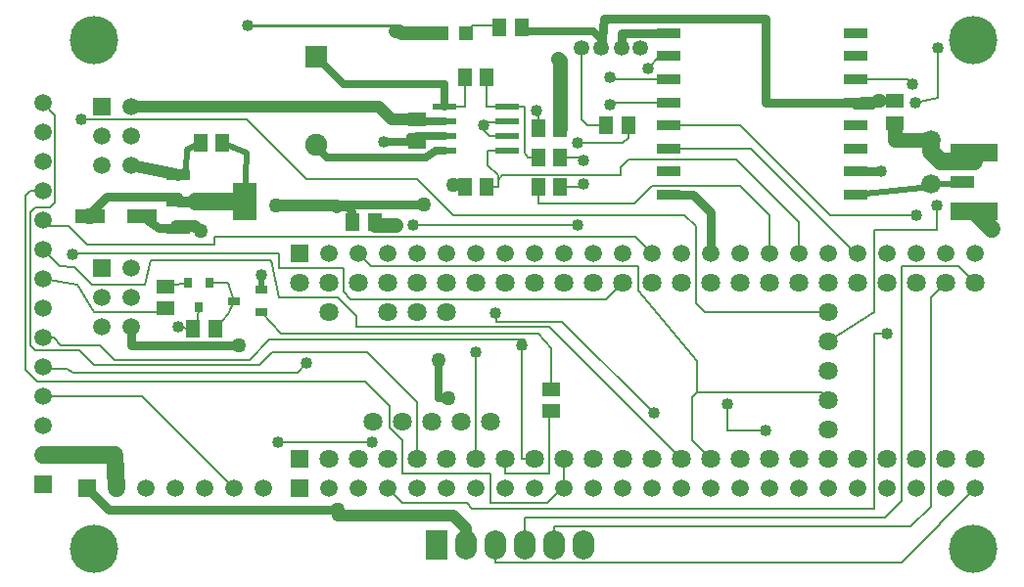
<source format=gtl>
G04 DipTrace 3.2.0.1*
G04 Teensy3.6TouchDisplayLoRaV03.gtl*
%MOIN*%
G04 #@! TF.FileFunction,Copper,L1,Top*
G04 #@! TF.Part,Single*
%AMOUTLINE4*
4,1,4,
-0.03937,-0.015748,
0.03937,-0.015748,
0.03937,0.015748,
-0.03937,0.015748,
-0.03937,-0.015748,
0*%
%AMOUTLINE5*
4,1,4,
0.03937,0.015748,
-0.03937,0.015748,
-0.03937,-0.015748,
0.03937,-0.015748,
0.03937,0.015748,
0*%
%AMOUTLINE6*
4,1,4,
0.08,-0.03,
0.08,0.03,
-0.08,0.03,
-0.08,-0.03,
0.08,-0.03,
0*%
%AMOUTLINE7*
4,1,4,
0.04,-0.02,
0.04,0.02,
-0.04,0.02,
-0.04,-0.02,
0.04,-0.02,
0*%
G04 #@! TA.AperFunction,ViaPad*
%ADD13C,0.04*%
G04 #@! TA.AperFunction,Conductor*
%ADD14C,0.025*%
%ADD15C,0.03*%
%ADD17C,0.02*%
%ADD18C,0.008*%
%ADD19C,0.03937*%
%ADD20C,0.06*%
%ADD21C,0.059055*%
%ADD23C,0.051181*%
%ADD24C,0.031496*%
%ADD25C,0.047244*%
%ADD27C,0.01*%
%ADD28C,0.037402*%
G04 #@! TA.AperFunction,ViaPad*
%ADD29C,0.05*%
G04 #@! TA.AperFunction,Conductor*
%ADD30C,0.019685*%
G04 #@! TA.AperFunction,ComponentPad*
%ADD32C,0.066*%
%ADD33R,0.051181X0.059055*%
%ADD34R,0.059055X0.051181*%
%ADD36R,0.1X0.05*%
G04 #@! TA.AperFunction,ComponentPad*
%ADD37R,0.074803X0.098425*%
%ADD38O,0.074803X0.098425*%
%ADD39R,0.059055X0.059055*%
%ADD40C,0.059055*%
%ADD42C,0.05315*%
%ADD43R,0.047244X0.047244*%
%ADD45R,0.031496X0.035433*%
%ADD47R,0.041339X0.025591*%
G04 #@! TA.AperFunction,ComponentPad*
%ADD48R,0.074803X0.074803*%
%ADD49C,0.074803*%
%ADD51R,0.064173X0.064173*%
%ADD52C,0.064173*%
%ADD55R,0.084646X0.037402*%
%ADD56R,0.084646X0.127953*%
%ADD57R,0.07874X0.023622*%
G04 #@! TA.AperFunction,ViaPad*
%ADD61C,0.165*%
%ADD124OUTLINE4*%
%ADD125OUTLINE5*%
%ADD126OUTLINE6*%
%ADD127OUTLINE7*%
%FSLAX26Y26*%
G04*
G70*
G90*
G75*
G01*
G04 Top*
%LPD*%
X1549830Y1624822D2*
D14*
Y1657572D1*
X1533701Y1673701D1*
X1493701D1*
D13*
Y1681066D1*
X1287357D1*
X1031134Y1593575D2*
X1012386Y1612323D1*
X947284D1*
D15*
X954528Y1603150D1*
X831201Y1643701D2*
X887399Y1606074D1*
X954528Y1603150D1*
X3343391Y2037278D2*
D14*
X3333656D1*
X3317701Y2021323D1*
X3262598D1*
Y2033071D1*
X3281701D1*
X3285990Y2037360D1*
X3393701D1*
X2393701Y2218701D2*
X2399740D1*
Y2243507D1*
X2368494Y2274753D1*
X2124822D1*
Y2287439D1*
X1843549Y1156121D2*
Y1024885D1*
X1874795D1*
X2393701Y2218701D2*
D15*
X2405990Y2318499D1*
X2955932D1*
Y2033071D1*
X3262598D1*
X1493701Y1681066D2*
Y1685209D1*
X1793583D1*
X1892630Y1751251D2*
D18*
X1931299Y1743701D1*
X793701Y1268701D2*
D15*
Y1206116D1*
X1162370D1*
X1936614Y524937D2*
D19*
Y581856D1*
X1893544Y624927D1*
X1499835D1*
Y643675D1*
D15*
X718727D1*
X643701Y718701D1*
X1568698Y1518704D2*
D18*
X1612565Y1474837D1*
X2521983D1*
Y1390708D1*
X2721701Y1151701D1*
Y1043633D1*
X3143769D1*
X3168698Y1018704D1*
X2768698Y818704D2*
X2705701Y881701D1*
Y1027633D1*
X2721701Y1043633D1*
X2953701Y913701D2*
X2824696D1*
Y1006137D1*
X2668698Y818704D2*
X2218793Y1268609D1*
X1563204D1*
Y1305230D1*
X1499835Y1368599D1*
X1299856D1*
X1270324Y1493586D1*
X862402D1*
X842819Y1410647D1*
X662044D1*
X602044Y1470647D1*
X551701Y1473701D1*
X493701Y1531701D1*
Y1631701D2*
Y1612323D1*
X581181D1*
X643675Y1549830D1*
X1078820D1*
Y1574827D1*
X2512575D1*
X2568698Y1518704D1*
X2468698Y1418704D2*
X2412344Y1362349D1*
X1543580D1*
X1518583Y1387347D1*
Y1468588D1*
X1299596D1*
Y1518583D1*
X593701D1*
Y1513701D1*
X2313701Y1893701D2*
X2469701D1*
X2487042Y1911042D1*
Y1956037D1*
X1753701Y1613701D2*
X2313701D1*
X2573701Y973701D2*
X2261701Y1285701D1*
X2037701D1*
Y1309701D1*
X2033701Y1313701D1*
X1293701Y873701D2*
X1613701D1*
X1668698Y718704D2*
X1718730Y668672D1*
X1937289D1*
X1956037Y649924D1*
X3324643D1*
Y1243612D1*
X3368389D1*
X3455879Y2093523D2*
X3437591Y2111811D1*
X3262598D1*
X2424738Y2024780D2*
X2433029Y2033071D1*
X2624803D1*
X2424738Y2118520D2*
X2431446Y2111811D1*
X2624803D1*
X1393596Y1143622D2*
X1362349Y1112376D1*
X599929D1*
X574932Y1124874D1*
X506189D1*
X513016Y1131701D1*
X493701D1*
X1768698Y818704D2*
Y1012244D1*
X1599824Y1181118D1*
X1274858D1*
X1231113Y1137373D1*
X668672D1*
X621554Y1184491D1*
Y1189701D1*
X467701D1*
X451701Y1205701D1*
Y1659701D1*
X467701Y1675701D1*
X519701D1*
X535701Y1691701D1*
Y1989701D1*
X493701Y2031701D1*
X3468378Y1649819D2*
X3174659D1*
X2870147Y1954331D1*
X2624803D1*
X3668698Y718704D2*
X3549701Y599706D1*
Y593761D1*
X3419641Y463701D1*
X2036614D1*
Y524937D1*
X3668698Y1418704D2*
X3611701Y1475701D1*
X3418383D1*
Y674383D1*
X3362677Y618677D1*
X2137242D1*
X2136614Y618050D1*
Y524937D1*
X3568698Y1418704D2*
X3518373Y1368378D1*
Y656173D1*
X3449900Y587701D1*
X2236614D1*
Y524937D1*
X3268698Y1518704D2*
X3243402D1*
Y1537331D1*
X2905142Y1875591D1*
X2624803D1*
X3068698Y1518704D2*
Y1624544D1*
X2855942Y1837299D1*
X2487231D1*
X2462234Y1812302D1*
Y1785701D1*
X2059701D1*
X2043701Y1769701D1*
Y1785701D1*
X2009701Y1819701D1*
Y1868701D1*
X2075000D1*
X2043701Y1769701D2*
Y1743701D1*
X2006103D1*
X2555974Y2149767D2*
X2596759Y2190551D1*
X2624803D1*
X1968698Y818704D2*
X1960267Y827135D1*
X1968536Y845883D1*
Y1181118D1*
X2068698Y818704D2*
Y768662D1*
X2218509D1*
Y981139D1*
X2224759D1*
X493701Y1231701D2*
X530599D1*
X556184Y1206116D1*
X687420D1*
X737415Y1156121D1*
X1199096D1*
X1266686Y1223711D1*
X2135345D1*
X2124769Y1206116D1*
Y818704D1*
X2168698D1*
X2268698D2*
Y725110D1*
X2212260Y668672D1*
X2018530D1*
Y768662D1*
X1718562D1*
Y881150D1*
X1674816Y924895D1*
Y999887D1*
X1593575Y1081129D1*
X474942D1*
X435701Y1120370D1*
Y1715701D1*
X451701Y1731701D1*
X493701D1*
X2968698Y1518704D2*
Y1649551D1*
X2868549Y1749701D1*
X2567701D1*
X2507701Y1689701D1*
X2181299D1*
Y1743701D1*
X3393701Y1962557D2*
D23*
Y1906200D1*
X3518701D1*
X2768698Y1518704D2*
D24*
Y1656953D1*
X2707541Y1718110D1*
X2624803D1*
X2463701Y2218701D2*
Y2269292D1*
X2624803D1*
X3518701Y1906200D2*
D20*
Y1866200D1*
X3551701Y1833200D1*
X3663702D1*
Y1862449D1*
X1693701Y1613701D2*
D23*
X1624633D1*
Y1624822D1*
X2249756Y2181013D2*
X2256103Y2174667D1*
Y1943701D1*
X1656068Y1899793D2*
D14*
X1768557D1*
Y1899982D1*
X1693701Y2273701D2*
D25*
X1708701D1*
X1713701Y2268701D1*
X1852352D1*
X3349641Y1799803D2*
D24*
X3346688Y1796851D1*
X3262598D1*
X1768557Y1899982D2*
D14*
X1745814Y1913411D1*
X1780149Y1918701D1*
X1862402D1*
X1193617Y2293502D2*
D27*
X1693701D1*
Y2273701D1*
X3663702Y1662449D2*
D20*
X3723819Y1602332D1*
X954528Y1693701D2*
D28*
X1015966D1*
D20*
X1182874D1*
X668672Y1649819D2*
D15*
X649924D1*
X712418Y1712313D1*
X954528D1*
Y1693701D1*
X656201Y1643701D2*
D29*
X649924D1*
Y1649819D1*
X1106103Y1893701D2*
D17*
X1179202Y1863925D1*
X1187368Y1862297D1*
X1182874Y1693701D1*
X1237362Y1393407D2*
D30*
Y1443591D1*
X493701Y831701D2*
D21*
X553229D1*
D20*
X737510D1*
X740444Y778139D1*
D21*
X743701Y718701D1*
X2224759Y1055942D2*
D18*
Y1193617D1*
X2181013Y1243612D1*
X1306105D1*
X1237362Y1318604D1*
X912397Y1331103D2*
Y1318604D1*
X668672D1*
X612428Y1412344D1*
X493701Y1431701D1*
X3262598Y1718110D2*
D17*
X3518701Y1743701D1*
Y1756200D1*
X3623702D1*
Y1762449D1*
X1935029Y2268701D2*
D18*
X1959830Y2293502D1*
X2050019D1*
Y2287439D1*
X912397Y1405906D2*
X987578Y1418593D1*
X2328701Y2218701D2*
Y1975977D1*
X2348641Y1956037D1*
X2412239D1*
X1081129Y1262360D2*
X1124874Y1312355D1*
X1146811Y1356005D1*
X1062381Y1418593D2*
X1124874D1*
X1146811Y1356005D1*
X1424945Y1887843D2*
D14*
Y1880942D1*
X1462339Y1843549D1*
X1797789D1*
X1831050Y1868701D1*
X1862402D1*
X1931299Y2118701D2*
D18*
Y2018701D1*
X1862402D1*
D14*
Y2093523D1*
X1518478D1*
X1424945Y2187055D1*
X2006103Y2118701D2*
D18*
Y2018701D1*
X2075000D1*
X2134061D1*
Y1862534D1*
X2143701Y1843701D1*
X2181299D1*
X2333701Y1833701D2*
X2323701Y1843701D1*
X2256103D1*
X2333701Y1753701D2*
X2323701Y1743701D1*
X2256103D1*
X1993701Y1953701D2*
Y1938701D1*
X2013701Y1918701D1*
X2075000D1*
Y1968701D2*
Y1965191D1*
X1999122D1*
X1993701Y1953701D1*
X2174764Y2006032D2*
X2181299Y1999496D1*
Y1943701D1*
X3168698Y1218704D2*
X3324643Y1318604D1*
Y1599824D1*
X3537121D1*
Y1681066D1*
X3465903Y2031122D2*
X3543370Y2049777D1*
Y2218509D1*
X624927Y1974785D2*
X1188617D1*
X1391701Y1771701D1*
X1769701D1*
X1891701Y1649701D1*
X2679701D1*
X2718457Y1610945D1*
Y1349851D1*
X2749604Y1318704D1*
X3168698D1*
X493701Y1031701D2*
X830701D1*
X1143701Y718701D1*
X1862402Y1968701D2*
D14*
X1748978D1*
X1768557Y1974785D1*
D13*
X1681066D1*
X1637150Y2018701D1*
X793701D1*
Y1818701D2*
X943643Y1787305D1*
X954528Y1784252D1*
X1031299Y1893701D2*
D17*
X986595Y1872003D1*
X981139Y1806053D1*
X954528Y1784252D1*
X1024979Y1335916D2*
D18*
X1018635Y1256110D1*
X1006326Y1275087D1*
Y1262360D1*
X1018635Y1256110D2*
X956142Y1268609D1*
D29*
X1793583Y1685209D3*
X1892630Y1751251D3*
X1162370Y1206116D3*
D13*
X1968536Y1181118D3*
X3723819Y1602332D3*
X1237362Y1443591D3*
X3537121Y1681066D3*
X3465903Y2031122D3*
X3543370Y2218509D3*
X956142Y1268609D3*
D61*
X3661418Y511811D3*
X669292D3*
Y2244095D3*
X3661418D3*
D13*
X2249756Y2181013D3*
X1193617Y2293502D3*
X1656068Y1899793D3*
X1693701Y2273701D3*
X3349641Y1799803D3*
X1693701Y1613701D3*
D29*
X3343391Y2037278D3*
D13*
X2824696Y1006137D3*
X2953701Y913701D3*
X593701Y1513701D3*
X2313701Y1893701D3*
X2424738Y2024780D3*
Y2118520D3*
X1393596Y1143622D3*
X3468378Y1649819D3*
X2555974Y2149767D3*
X2124769Y1206116D3*
X2333701Y1833701D3*
Y1753701D3*
X2174764Y2006032D3*
X1993701Y1953701D3*
X3455879Y2093523D3*
X3368389Y1243612D3*
X668672Y1649819D3*
D29*
X1499835Y643675D3*
X1874795Y1024885D3*
X1843549Y1156121D3*
X1031134Y1593575D3*
X1287357Y1681066D3*
D13*
X624927Y1974785D3*
X2313701Y1613701D3*
X1753701D3*
X2033701Y1313701D3*
X2573701Y973701D3*
X1613701Y873701D3*
X1293701D3*
D32*
X3518701Y1756200D3*
D33*
X2256103Y1743701D3*
X2181299D3*
D34*
X3393701Y2037360D3*
Y1962557D3*
X1768557Y1974785D3*
Y1899982D3*
D33*
X1549830Y1624822D3*
X1624633D3*
X2256103Y1943701D3*
X2181299D3*
D36*
X831201Y1643701D3*
X656201D3*
D33*
X1031299Y1893701D3*
X1106103D3*
D32*
X3518701Y1906200D3*
D37*
X1836614Y524937D3*
D38*
X1936614D3*
X2036614D3*
X2136614D3*
X2236614D3*
X2336614D3*
D39*
X493701Y731701D3*
D40*
Y831701D3*
Y931701D3*
Y1031701D3*
Y1131701D3*
Y1231701D3*
Y1331701D3*
Y1431701D3*
Y1531701D3*
Y1631701D3*
Y1731701D3*
Y1831701D3*
Y1931701D3*
Y2031701D3*
D42*
X2528701Y2218701D3*
X2463701D3*
X2393701D3*
X2328701D3*
D39*
X693701Y1468701D3*
D40*
X793701D3*
X693701Y1368701D3*
X793701D3*
X693701Y1268701D3*
X793701D3*
D39*
X693701Y2018701D3*
D40*
X793701D3*
X693701Y1918701D3*
X793701D3*
X693701Y1818701D3*
X793701D3*
D43*
X1935029Y2268701D3*
X1852352D3*
D45*
X1062381Y1418593D3*
X987578D3*
X1024979Y1335916D3*
D47*
X1237362Y1318604D3*
Y1393407D3*
X1146811Y1356005D3*
D33*
X2006103Y2118701D3*
X1931299D3*
X1081129Y1262360D3*
X1006326D3*
D34*
X912397Y1331103D3*
Y1405906D3*
D33*
X1931299Y1743701D3*
X2006103D3*
X2050019Y2287439D3*
X2124822D3*
D34*
X2224759Y981139D3*
Y1055942D3*
D33*
X2412239Y1956037D3*
X2487042D3*
X2256103Y1843701D3*
X2181299D3*
D39*
X643701Y718701D3*
D40*
X743701D3*
X843701D3*
X943701D3*
X1043701D3*
X1143701D3*
X1243701D3*
D48*
X1424945Y2187055D3*
D49*
Y1887843D3*
D124*
X3262598Y1718110D3*
Y1796851D3*
Y1875591D3*
Y1954331D3*
Y2033071D3*
Y2111811D3*
Y2190551D3*
Y2269292D3*
D125*
X2624803D3*
Y2190551D3*
Y2111811D3*
Y2033071D3*
Y1954331D3*
Y1875591D3*
Y1796851D3*
Y1718110D3*
D39*
X1368698Y718704D3*
D40*
X1468698D3*
X1568698D3*
X1668698D3*
X1768698D3*
X1868698D3*
X1968698D3*
X2068698D3*
X2168698D3*
X2268698D3*
X2368698D3*
X2468698D3*
X2568698D3*
X2668698D3*
X2768698D3*
X2868698D3*
X2968698D3*
X3068698D3*
X3168698D3*
X3268698D3*
X3368698D3*
X3468698D3*
X3568698D3*
X3668698D3*
D51*
X1368698Y818704D3*
D52*
X1468698D3*
X1568698D3*
X1668698D3*
X1768698D3*
X1868698D3*
X1968698D3*
X2068698D3*
X2168698D3*
X2268698D3*
X2368698D3*
X2468698D3*
X2568698D3*
X2668698D3*
X2768698D3*
X2868698D3*
X2968698D3*
X3068698D3*
X3168698D3*
X3268698D3*
X3368698D3*
X3468698D3*
X3568698D3*
X3668698D3*
X3168698Y918704D3*
Y1018704D3*
Y1118704D3*
Y1218704D3*
Y1318704D3*
Y1418704D3*
X3268698D3*
X3368698D3*
X3468698D3*
X3568698D3*
X3668698D3*
X3068698D3*
X2968698D3*
X2868698D3*
X2768698D3*
X2668698D3*
X2568698D3*
X2468698D3*
X2368698D3*
X2268698D3*
X2168698D3*
X2068698D3*
X1968698D3*
X1868698D3*
X1768698D3*
X1668698D3*
X1568698D3*
X1468698D3*
X1368698D3*
X1468698Y1318704D3*
X1668698D3*
X1768698D3*
X1868698D3*
X1618698Y943704D3*
X1718698D3*
X1818698D3*
X1918698D3*
X2018698D3*
D55*
X954528Y1784252D3*
Y1693701D3*
Y1603150D3*
D56*
X1182874Y1693701D3*
D57*
X2075000Y1868701D3*
Y1918701D3*
Y1968701D3*
Y2018701D3*
X1862402D3*
Y1968701D3*
Y1918701D3*
Y1868701D3*
D39*
X1368698Y1518704D3*
D40*
X1468698D3*
X1568698D3*
X1668698D3*
X1768698D3*
X1868698D3*
X1968698D3*
X2068698D3*
X2168698D3*
X2268698D3*
X2368698D3*
X2468698D3*
X2568698D3*
X2668698D3*
X2768698D3*
X2868698D3*
X2968698D3*
X3068698D3*
X3168698D3*
X3268698D3*
X3368698D3*
X3468698D3*
X3568698D3*
X3668698D3*
D126*
X3663702Y1862449D3*
Y1662449D3*
D127*
X3623702Y1762449D3*
M02*

</source>
